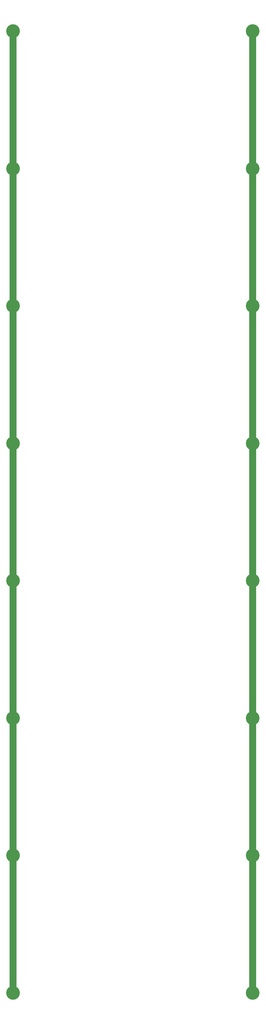
<source format=gtl>
G04 Layer: TopLayer*
G04 EasyEDA v6.5.47, 2024-11-13 16:13:54*
G04 1c16752ac9c043d0a5978040c22a04db,28dbc4cd0de04f76b295d4d1f3f9c80b,10*
G04 Gerber Generator version 0.2*
G04 Scale: 100 percent, Rotated: No, Reflected: No *
G04 Dimensions in millimeters *
G04 leading zeros omitted , absolute positions ,4 integer and 5 decimal *
%FSLAX45Y45*%
%MOMM*%

%ADD10C,2.0000*%
%ADD11C,4.0000*%

%LPD*%
D10*
X8499983Y-30999938D02*
G01*
X8499983Y-2999994D01*
X1499997Y-2999994D02*
G01*
X1499997Y-14999970D01*
X1499997Y-14999970D02*
G01*
X1499997Y-30999938D01*
D11*
G01*
X8499983Y-10999978D03*
G01*
X1499997Y-18999962D03*
G01*
X1499997Y-14999970D03*
G01*
X8499983Y-22999954D03*
G01*
X1499997Y-10999978D03*
G01*
X8499983Y-14999970D03*
G01*
X1499997Y-6999986D03*
G01*
X8499983Y-6999986D03*
G01*
X1499997Y-2999994D03*
G01*
X8499983Y-2999994D03*
G01*
X1499997Y-22999954D03*
G01*
X1499997Y-26999945D03*
G01*
X1499997Y-30999938D03*
G01*
X8499983Y-26999945D03*
G01*
X8499983Y-30999938D03*
G01*
X8499983Y-18999962D03*
M02*

</source>
